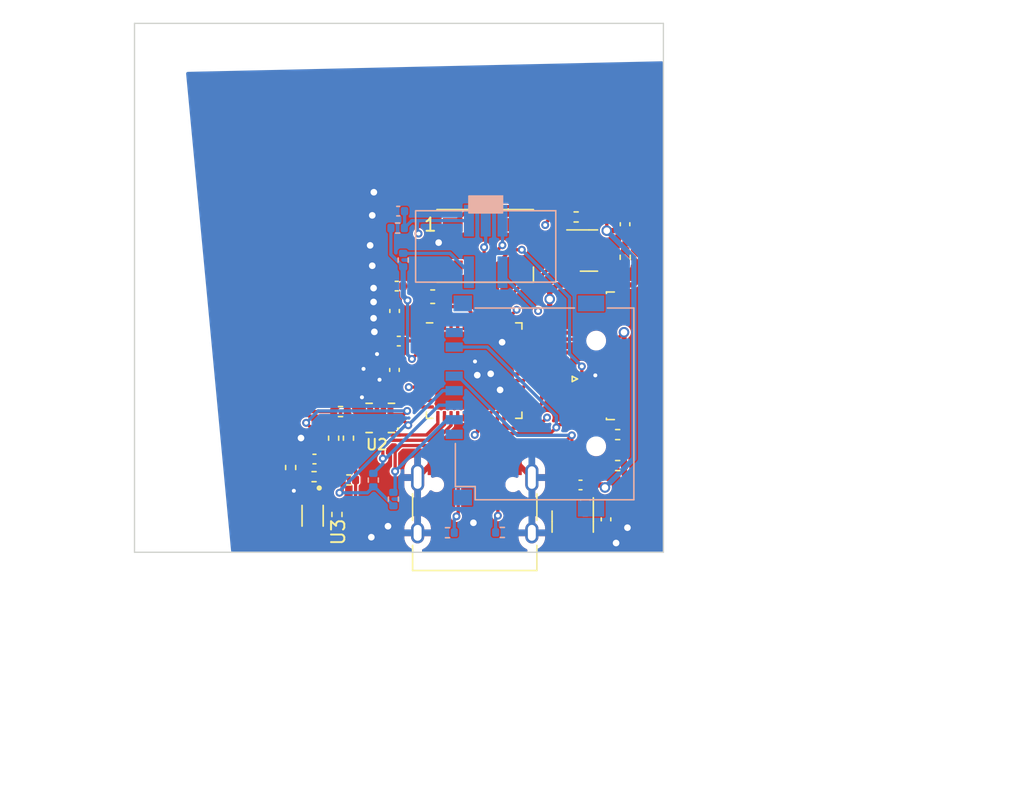
<source format=kicad_pcb>
(kicad_pcb (version 20211014) (generator pcbnew)
  (layers (0 "F.Cu" signal) (1 "In1.Cu" signal) (2 "In2.Cu" signal) (31 "B.Cu" signal) (34 "B.Paste" user) (35 "F.Paste" user) (36 "B.SilkS" user "B.Silkscreen") (37 "F.SilkS" user "F.Silkscreen") (38 "B.Mask" user) (39 "F.Mask" user) (44 "Edge.Cuts" user))
  (net 0 "")
  (net 1 "Net-(AE1-Pad1)")
  (net 2 "/EN")
  (net 3 "GND")
  (net 4 "Net-(J1-Pad2)")
  (net 5 "/TX")
  (net 6 "/RX")
  (net 7 "+5V")
  (net 8 "+3V3")
  (net 15 "/DC")
  (net 16 "/I2C_SDA")
  (net 17 "/I2C_SCL")
  (net 18 "/IO25")
  (net 19 "/IO27")
  (net 20 "/IO26")
  (net 30 "/IO4")
  (net 31 "/IO18")
  (net 32 "/IO0")
  (net 38 "/IO5")
  (net 40 "Net-(J3-PadA5)")
  (net 44 "Net-(J3-PadB5)")
  (net 51 "Net-(C7-Pad2)")
  (net 52 "/IO22")
  (net 55 "/IO15")
  (net 57 "/TMS")
  (net 58 "/IO13")
  (net 59 "/IO12")
  (net 60 "Net-(JP1-Pad2)")
  (net 62 "/IO19")
  (net 64 "Net-(JP2-Pad2)")
  (net 65 "Net-(R3-Pad2)")
  (net 66 "Net-(D1-Pad4)")
  (net 67 "Net-(Q1-Pad1)")
  (footprint "Capacitor_SMD:C_0402_1005Metric" (layer "F.Cu") (at 202.9 109.7 180)
    (fp_text reference "C2" hide)
    (fp_text value "0.1uf")
  )
  (footprint "Package_TO_SOT_SMD:SOT-23" (layer "F.Cu") (at 217.44 107.01)
    (fp_text reference "Q1" hide)
    (fp_text value "MMBT3904")
  )
  (footprint "Resistor_SMD:R_0402_1005Metric" (layer "F.Cu") (at 198.38 126.97 -90)
    (fp_text reference "R3" hide)
    (fp_text value "10k")
  )
  (footprint "Resistor_SMD:R_0402_1005Metric" (layer "F.Cu") (at 199.28 124.36)
    (fp_text reference "R5" hide)
    (fp_text value "3.3k")
  )
  (footprint "Package_TO_SOT_SMD:SOT-23-5" (layer "F.Cu") (at 216.21 127.51 -90)
    (fp_text reference "U4" hide)
    (fp_text value "XC6209")
  )
  (footprint "Resistor_SMD:R_0402_1005Metric" (layer "F.Cu") (at 219.61 120.93 180)
    (fp_text reference "R14" hide)
    (fp_text value "10k")
  )
  (footprint "Resistor_SMD:R_0402_1005Metric" (layer "F.Cu") (at 198.65 119.19 180)
    (fp_text reference "R8" hide)
    (fp_text value "3.3k")
  )
  (footprint "Resistor_SMD:R_0402_1005Metric" (layer "F.Cu") (at 196.65 124.11 180)
    (fp_text reference "JP2" hide)
    (fp_text value "Jumper")
  )
  (footprint "Capacitor_SMD:C_0402_1005Metric" (layer "F.Cu") (at 202.73 116.04 90)
    (fp_text reference "C7" hide)
    (fp_text value "TBD")
  )
  (footprint "Package_DFN_QFN:QFN-48-1EP_7x7mm_P0.5mm_EP5.3x5.3mm" (layer "F.Cu") (at 208.76 116.09)
    (fp_text reference "U1" hide)
    (fp_text value "ESP32-PICO-D4")
  )
  (footprint "RF_Antenna:Texas_SWRA117D_2.4GHz_Right" (layer "F.Cu") (at 200.39 113.86 90)
    (fp_text reference "AE1" hide)
    (fp_text value "Antenna")
  )
  (footprint "Connector_USB:USB_C_Receptacle_HRO_TYPE-C-31-M-12" (layer "F.Cu") (at 208.8 127.31)
    (fp_text reference "J3" hide)
    (fp_text value "USB_C_Receptacle_USB2.0")
  )
  (footprint "Resistor_SMD:R_0402_1005Metric" (layer "F.Cu") (at 220.18 107.52 90)
    (fp_text reference "R10" hide)
    (fp_text value "10k")
  )
  (footprint "Capacitor_SMD:C_0402_1005Metric" (layer "F.Cu") (at 216.8 124.74 180)
    (fp_text reference "C5" hide)
    (fp_text value "1uf")
  )
  (footprint "Capacitor_SMD:C_0402_1005Metric" (layer "F.Cu") (at 196.68 122.78 180)
    (fp_text reference "C4" hide)
    (fp_text value "0.1uf")
  )
  (footprint "Connector_FFC-FPC:TE_0-1734839-8_1x08-1MP_P0.5mm_Horizontal" (layer "F.Cu") (at 216.72 114.97 90)
    (fp_text reference "J2" hide)
    (fp_text value "Conn_01x08_MountingPin")
  )
  (footprint "Capacitor_SMD:C_0402_1005Metric" (layer "F.Cu") (at 203.06 113.86 180)
    (fp_text reference "C8" hide)
    (fp_text value "10pf")
  )
  (footprint "BH1750FVI-TR:XDCR_BH1750FVI-TR" (layer "F.Cu") (at 196.54 127.07 -90)
    (fp_text reference "U3")
    (fp_text value "BH1750FVI-TR")
  )
  (footprint "Resistor_SMD:R_0402_1005Metric" (layer "F.Cu") (at 194.88 123.42 90)
    (fp_text reference "R9" hide)
    (fp_text value "100k")
  )
  (footprint "LIS2DH12TR:PQFN50P200X200100-12N" (layer "F.Cu") (at 201.6575 119.67 180)
    (fp_text reference "U2")
    (fp_text value "LIS2DH12TR")
  )
  (footprint "Resistor_SMD:R_0402_1005Metric" (layer "F.Cu") (at 216.47 104.47 180)
    (fp_text reference "R4" hide)
    (fp_text value "1.5k")
  )
  (footprint "Resistor_SMD:R_0402_1005Metric" (layer "F.Cu") (at 199.25 121.2 -90)
    (fp_text reference "R12" hide)
    (fp_text value "100k")
  )
  (footprint "Resistor_SMD:R_0402_1005Metric" (layer "F.Cu") (at 219.61 123.27 180)
    (fp_text reference "R16" hide)
    (fp_text value "10k")
  )
  (footprint "LED_SMD:LED_WS2812B_PLCC4_5.0x5.0mm_P3.2mm" (layer "F.Cu") (at 209.59 106.66)
    (fp_text reference "D1" hide)
    (fp_text value "WS2812B")
  )
  (footprint "Capacitor_SMD:C_0603_1608Metric" (layer "F.Cu") (at 205.62 110.5)
    (fp_text reference "C1" hide)
    (fp_text value "10uf")
  )
  (footprint "Capacitor_SMD:C_0402_1005Metric" (layer "F.Cu") (at 218.73 127.34 90)
    (fp_text reference "C6" hide)
    (fp_text value "1uf")
  )
  (footprint "Capacitor_SMD:C_0402_1005Metric" (layer "F.Cu") (at 202.74 111.58 -90)
    (fp_text reference "C9" hide)
    (fp_text value "TBD")
  )
  (footprint "Resistor_SMD:R_0402_1005Metric" (layer "F.Cu") (at 198.13 121.2 90)
    (fp_text reference "JP1" hide)
    (fp_text value "Jumper")
  )
  (footprint "Capacitor_SMD:C_0402_1005Metric" (layer "F.Cu") (at 220.17 105.02 90)
    (fp_text reference "C10" hide)
    (fp_text value "0.1uF")
  )
  (footprint "Resistor_SMD:R_0402_1005Metric" (layer "B.Cu") (at 202.97 105.31)
    (fp_text reference "R1" hide)
    (fp_text value "10k")
  )
  (footprint "Capacitor_SMD:C_0402_1005Metric" (layer "B.Cu") (at 203.01 104.03 180)
    (fp_text reference "C3" hide)
    (fp_text value "0.1uF")
  )
  (footprint "KisonNew:C91145" (layer "B.Cu") (at 213.07 118.21 -90)
    (fp_text reference "J4" hide)
    (fp_text value "Micro_SD_Card")
  )
  (footprint "Resistor_SMD:R_0402_1005Metric" (layer "B.Cu") (at 206.74 128.35)
    (fp_text reference "R6" hide)
    (fp_text value "5.1k")
  )
  (footprint "Resistor_SMD:R_0402_1005Metric" (layer "B.Cu") (at 210.89 128.33 180)
    (fp_text reference "R7" hide)
    (fp_text value "5.1k")
  )
  (footprint "Resistor_SMD:R_0402_1005Metric" (layer "B.Cu") (at 201.13 124.37 90)
    (fp_text reference "R15" hide)
    (fp_text value "10k")
  )
  (footprint "KisonNew:IDC_1.27mm_6P" (layer "B.Cu") (at 209.63 106.7 180)
    (fp_text reference "J1" hide)
    (fp_text value "ESPProgUART_RX" hide)
  )
  (footprint "Resistor_SMD:R_0402_1005Metric" (layer "B.Cu") (at 203.39 107.73 90)
    (fp_text reference "R2" hide)
    (fp_text value "0")
  )
  (footprint "Resistor_SMD:R_0402_1005Metric" (layer "B.Cu") (at 202.65 125.81 90)
    (fp_text reference "R17" hide)
    (fp_text value "10k")
  )
  (gr_line (start 183.07 129.83) (end 223.07 129.83) (layer "Edge.Cuts") (width 0.1))
  (gr_line (start 223.07 89.83) (end 223.07 129.83) (layer "Edge.Cuts") (width 0.1))
  (gr_line (start 223.07 89.83) (end 183.07 89.83) (layer "Edge.Cuts") (width 0.1))
  (gr_line (start 183.07 129.83) (end 183.07 89.83) (layer "Edge.Cuts") (width 0.1))
  (segment (start 202.58 113.86) (end 200.39 113.86) (width 0.25) (layer "F.Cu") (net 1))
  (segment (start 202.74 113.7) (end 202.58 113.86) (width 0.25) (layer "F.Cu") (net 1))
  (segment (start 202.74 112.06) (end 202.74 113.7) (width 0.25) (layer "F.Cu") (net 1))
  (segment (start 205.31 117.34) (end 203.81 117.34) (width 0.25) (layer "F.Cu") (net 2))
  (via (at 203.81 117.34) (size 0.6) (drill 0.3) (layers "F.Cu" "B.Cu") (net 2))
  (via (at 204.55 105.73) (size 0.6) (drill 0.3) (layers "F.Cu" "B.Cu") (net 2))
  (segment (start 203.49 105.3) (end 203.48 105.31) (width 0.25) (layer "B.Cu") (net 2))
  (segment (start 204.04 104.75) (end 204.18 104.75) (width 0.25) (layer "B.Cu") (net 2))
  (segment (start 204.47 104.75) (end 208.36 104.75) (width 0.25) (layer "B.Cu") (net 2))
  (segment (start 203.49 104.03) (end 203.49 105.3) (width 0.25) (layer "B.Cu") (net 2))
  (segment (start 203.48 105.31) (end 204.04 104.75) (width 0.25) (layer "B.Cu") (net 2))
  (segment (start 204.47 105.65) (end 204.55 105.73) (width 0.25) (layer "B.Cu") (net 2))
  (segment (start 204.47 104.75) (end 204.47 105.65) (width 0.25) (layer "B.Cu") (net 2))
  (segment (start 204.18 104.75) (end 204.47 104.75) (width 0.25) (layer "B.Cu") (net 2))
  (segment (start 216.5 114.22) (end 217.92 115.64) (width 0.25) (layer "F.Cu") (net 3))
  (segment (start 205.395 123.265) (end 204.48 124.18) (width 0.4) (layer "F.Cu") (net 3))
  (segment (start 201.41 114.94) (end 201.6 115.13) (width 0.6) (layer "F.Cu") (net 3))
  (segment (start 201.41 114.94) (end 200.39 115.96) (width 1) (layer "F.Cu") (net 3))
  (segment (start 200.614522 119.42) (end 200.27 119.075478) (width 0.25) (layer "F.Cu") (net 3))
  (segment (start 196.04 125.695) (end 195.635 125.695) (width 0.25) (layer "F.Cu") (net 3))
  (segment (start 201.21 116.78) (end 200.39 115.96) (width 0.6) (layer "F.Cu") (net 3))
  (segment (start 201.9225 118.642022) (end 201.9225 118.905) (width 0.25) (layer "F.Cu") (net 3))
  (segment (start 201.390478 118.11) (end 201.9225 118.642022) (width 0.25) (layer "F.Cu") (net 3))
  (segment (start 212.05 123.265) (end 212.205 123.265) (width 0.4) (layer "F.Cu") (net 3))
  (segment (start 212.205 123.265) (end 213.12 124.18) (width 0.4) (layer "F.Cu") (net 3))
  (segment (start 198.13 121.71) (end 196.18 121.71) (width 0.25) (layer "F.Cu") (net 3))
  (segment (start 200.8925 119.42) (end 200.614522 119.42) (width 0.25) (layer "F.Cu") (net 3))
  (segment (start 200.27 118.11) (end 201.390478 118.11) (width 0.25) (layer "F.Cu") (net 3))
  (segment (start 205.55 123.265) (end 205.395 123.265) (width 0.4) (layer "F.Cu") (net 3))
  (segment (start 201.6 115.13) (end 201.6 116.78) (width 0.6) (layer "F.Cu") (net 3))
  (segment (start 200.27 119.075478) (end 200.27 118.11) (width 0.25) (layer "F.Cu") (net 3))
  (segment (start 215.37 114.22) (end 216.5 114.22) (width 0.25) (layer "F.Cu") (net 3))
  (segment (start 195.66 121.19) (end 195.65 121.18) (width 0.25) (layer "F.Cu") (net 3))
  (segment (start 201.41 114.84) (end 201.41 114.94) (width 1) (layer "F.Cu") (net 3))
  (segment (start 195.635 125.695) (end 195.12 125.18) (width 0.25) (layer "F.Cu") (net 3))
  (segment (start 196.18 121.71) (end 195.66 121.19) (width 0.25) (layer "F.Cu") (net 3))
  (segment (start 217.92 115.64) (end 217.92 116.45) (width 0.25) (layer "F.Cu") (net 3))
  (segment (start 201.6 116.78) (end 201.21 116.78) (width 0.6) (layer "F.Cu") (net 3))
  (via (at 208.7 127.6) (size 0.8) (drill 0.5) (layers "F.Cu" "B.Cu") (net 3))
  (via (at 201.15 112.13) (size 0.8) (drill 0.5) (layers "F.Cu" "B.Cu") (net 3))
  (via (at 217.92 116.45) (size 0.6) (drill 0.3) (layers "F.Cu" "B.Cu") (net 3))
  (via (at 210.0072 116.332) (size 0.8) (drill 0.5) (layers "F.Cu" "B.Cu") (net 3))
  (via (at 201.21 113.16) (size 0.8) (drill 0.5) (layers "F.Cu" "B.Cu") (net 3))
  (via (at 219.49 129.13) (size 0.8) (drill 0.5) (layers "F.Cu" "B.Cu") (net 3))
  (via (at 200.89 106.62) (size 0.8) (drill 0.5) (layers "F.Cu" "B.Cu") (net 3))
  (via (at 210.8708 113.9444) (size 0.8) (drill 0.5) (layers "F.Cu" "B.Cu") (net 3))
  (via (at 201.17 102.6) (size 0.8) (drill 0.5) (layers "F.Cu" "B.Cu") (net 3))
  (via (at 201.41 114.84) (size 0.6) (drill 0.3) (layers "F.Cu" "B.Cu") (net 3))
  (via (at 220.35 127.97) (size 0.8) (drill 0.5) (layers "F.Cu" "B.Cu") (net 3))
  (via (at 201.6 116.78) (size 0.6) (drill 0.3) (layers "F.Cu" "B.Cu") (net 3))
  (via (at 195.66 121.19) (size 0.8) (drill 0.5) (layers "F.Cu" "B.Cu") (net 3))
  (via (at 208.82 115.4) (size 0.6) (drill 0.3) (layers "F.Cu" "B.Cu") (net 3))
  (via (at 201.05 104.35) (size 0.8) (drill 0.5) (layers "F.Cu" "B.Cu") (net 3))
  (via (at 210.7184 117.5512) (size 0.8) (drill 0.5) (layers "F.Cu" "B.Cu") (net 3))
  (via (at 201.15 110.9) (size 0.8) (drill 0.5) (layers "F.Cu" "B.Cu") (net 3))
  (via (at 200.98 128.69) (size 0.8) (drill 0.5) (layers "F.Cu" "B.Cu") (net 3))
  (via (at 206.07 106.41) (size 0.8) (drill 0.5) (layers "F.Cu" "B.Cu") (net 3))
  (via (at 201.05 108.16) (size 0.8) (drill 0.5) (layers "F.Cu" "B.Cu") (net 3))
  (via (at 208.9912 116.4336) (size 0.8) (drill 0.5) (layers "F.Cu" "B.Cu") (net 3))
  (via (at 195.12 125.18) (size 0.6) (drill 0.3) (layers "F.Cu" "B.Cu") (net 3))
  (via (at 200.27 118.11) (size 0.6) (drill 0.3) (layers "F.Cu" "B.Cu") (net 3))
  (via (at 202.24 127.86) (size 0.8) (drill 0.5) (layers "F.Cu" "B.Cu") (net 3))
  (via (at 201.15 109.85) (size 0.8) (drill 0.5) (layers "F.Cu" "B.Cu") (net 3))
  (segment (start 211.43 128.36) (end 211.4 128.33) (width 0.4) (layer "B.Cu") (net 3))
  (segment (start 213.12 124.18) (end 213.12 128.36) (width 0.4) (layer "B.Cu") (net 3))
  (segment (start 204.48 128.36) (end 204.48 124.18) (width 0.4) (layer "B.Cu") (net 3))
  (segment (start 206.23 128.35) (end 204.49 128.35) (width 0.4) (layer "B.Cu") (net 3))
  (segment (start 204.49 128.35) (end 204.48 128.36) (width 0.4) (layer "B.Cu") (net 3))
  (segment (start 213.12 128.36) (end 211.43 128.36) (width 0.4) (layer "B.Cu") (net 3))
  (segment (start 206.93 107.22) (end 208.36 108.65) (width 0.25) (layer "B.Cu") (net 4))
  (segment (start 203.39 107.22) (end 206.93 107.22) (width 0.25) (layer "B.Cu") (net 4))
  (segment (start 209.51 112.64) (end 209.51 106.76) (width 0.25) (layer "F.Cu") (net 5))
  (via (at 209.51 106.76) (size 0.6) (drill 0.3) (layers "F.Cu" "B.Cu") (net 5))
  (segment (start 209.63 104.75) (end 209.63 106.64) (width 0.25) (layer "B.Cu") (net 5))
  (segment (start 209.63 106.64) (end 209.51 106.76) (width 0.25) (layer "B.Cu") (net 5))
  (segment (start 210.01 112.64) (end 210.01 107.49) (width 0.25) (layer "F.Cu") (net 6))
  (segment (start 210.01 107.49) (end 210.89 106.61) (width 0.25) (layer "F.Cu") (net 6))
  (via (at 210.89 106.61) (size 0.6) (drill 0.3) (layers "F.Cu" "B.Cu") (net 6))
  (segment (start 210.9 106.6) (end 210.89 106.61) (width 0.25) (layer "B.Cu") (net 6))
  (segment (start 210.9 104.75) (end 210.9 106.6) (width 0.25) (layer "B.Cu") (net 6))
  (segment (start 212.58 122.17) (end 214.752285 122.17) (width 0.4) (layer "F.Cu") (net 7))
  (segment (start 206.35 123.265) (end 206.35 122.240978) (width 0.4) (layer "F.Cu") (net 7))
  (segment (start 217.28 124.74) (end 217.28 126.2525) (width 0.4) (layer "F.Cu") (net 7))
  (segment (start 215.03 109.61) (end 220.81 109.61) (width 0.4) (layer "F.Cu") (net 7))
  (segment (start 206.35 122.240978) (end 206.420978 122.17) (width 0.4) (layer "F.Cu") (net 7))
  (segment (start 211.25 122.340978) (end 211.420978 122.17) (width 0.4) (layer "F.Cu") (net 7))
  (segment (start 214.47 110.68) (end 214.47 110.17) (width 0.4) (layer "F.Cu") (net 7))
  (segment (start 220.17 105.5) (end 218.79 105.5) (width 0.4) (layer "F.Cu") (net 7))
  (segment (start 218.46 124.74) (end 218.65 124.93) (width 0.4) (layer "F.Cu") (net 7))
  (segment (start 208.51 103.69) (end 218.09 103.69) (width 0.25) (layer "F.Cu") (net 7))
  (segment (start 218.09 103.69) (end 218.785 104.385) (width 0.25) (layer "F.Cu") (net 7))
  (segment (start 217.28 126.2525) (end 217.16 126.3725) (width 0.4) (layer "F.Cu") (net 7))
  (segment (start 211.25 123.265) (end 210.990479 123.524521) (width 0.25) (layer "F.Cu") (net 7))
  (segment (start 214.752285 122.17) (end 217.28 124.697715) (width 0.4) (layer "F.Cu") (net 7))
  (segment (start 214.47 110.17) (end 215.03 109.61) (width 0.4) (layer "F.Cu") (net 7))
  (segment (start 211.25 123.265) (end 211.25 122.340978) (width 0.4) (layer "F.Cu") (net 7))
  (segment (start 211.7425 126.3725) (end 215.26 126.3725) (width 0.25) (layer "F.Cu") (net 7))
  (segment (start 220.17 107) (end 220.18 107.01) (width 0.4) (layer "F.Cu") (net 7))
  (segment (start 218.785 105.505) (end 218.65 105.64) (width 0.4) (layer "F.Cu") (net 7))
  (segment (start 221.17 108) (end 220.18 107.01) (width 0.4) (layer "F.Cu") (net 7))
  (segment (start 210.990479 123.524521) (end 210.990479 125.620479) (width 0.25) (layer "F.Cu") (net 7))
  (segment (start 220.17 105.5) (end 220.17 106.36) (width 0.4) (layer "F.Cu") (net 7))
  (segment (start 220.17 106.36) (end 220.17 107) (width 0.4) (layer "F.Cu") (net 7))
  (segment (start 220.81 109.61) (end 221.17 109.25) (width 0.4) (layer "F.Cu") (net 7))
  (segment (start 214.47 110.68) (end 214.47 112.32) (width 0.4) (layer "F.Cu") (net 7))
  (segment (start 217.28 124.74) (end 218.46 124.74) (width 0.4) (layer "F.Cu") (net 7))
  (segment (start 214.47 112.32) (end 215.37 113.22) (width 0.4) (layer "F.Cu") (net 7))
  (segment (start 206.420978 122.17) (end 212.58 122.17) (width 0.4) (layer "F.Cu") (net 7))
  (segment (start 217.28 124.697715) (end 217.28 124.74) (width 0.4) (layer "F.Cu") (net 7))
  (segment (start 211.420978 122.17) (end 212.58 122.17) (width 0.4) (layer "F.Cu") (net 7))
  (segment (start 221.17 109.25) (end 221.17 108) (width 0.4) (layer "F.Cu") (net 7))
  (segment (start 210.990479 125.620479) (end 211.7425 126.3725) (width 0.25) (layer "F.Cu") (net 7))
  (segment (start 218.785 104.385) (end 218.785 105.505) (width 0.25) (layer "F.Cu") (net 7))
  (segment (start 207.14 105.06) (end 208.51 103.69) (width 0.25) (layer "F.Cu") (net 7))
  (segment (start 218.79 105.5) (end 218.785 105.505) (width 0.4) (layer "F.Cu") (net 7))
  (via (at 218.65 124.93) (size 0.8) (drill 0.5) (layers "F.Cu" "B.Cu") (net 7))
  (via (at 214.47 110.68) (size 0.8) (drill 0.5) (layers "F.Cu" "B.Cu") (net 7))
  (via (at 218.785 105.505) (size 0.8) (drill 0.5) (layers "F.Cu" "B.Cu") (net 7))
  (segment (start 220.839511 107.559511) (end 220.839511 122.740489) (width 0.4) (layer "B.Cu") (net 7))
  (segment (start 218.785 105.505) (end 220.839511 107.559511) (width 0.4) (layer "B.Cu") (net 7))
  (segment (start 220.839511 122.740489) (end 218.65 124.93) (width 0.4) (layer "B.Cu") (net 7))
  (segment (start 203.47 119.92) (end 203.77 120.22) (width 0.25) (layer "F.Cu") (net 8))
  (segment (start 209.01 119.54) (end 209.01 120.74) (width 0.25) (layer "F.Cu") (net 8))
  (segment (start 209.01 120.74) (end 208.8 120.95) (width 0.25) (layer "F.Cu") (net 8))
  (segment (start 217.16 128.6475) (end 217.9025 128.6475) (width 0.4) (layer "F.Cu") (net 8))
  (segment (start 204.69 114.57) (end 204.05 115.21) (width 0.25) (layer "F.Cu") (net 8))
  (segment (start 214.62 104.47) (end 214.04 105.05) (width 0.25) (layer "F.Cu") (net 8))
  (segment (start 200.8925 119.92) (end 199.89 119.92) (width 0.25) (layer "F.Cu") (net 8))
  (segment (start 203.38 110.44) (end 203.72 110.78) (width 0.25) (layer "F.Cu") (net 8))
  (segment (start 215.96 104.47) (end 214.62 104.47) (width 0.25) (layer "F.Cu") (net 8))
  (segment (start 197.615 125.695) (end 198.38 126.46) (width 0.25) (layer "F.Cu") (net 8))
  (segment (start 204.845 112.875) (end 205.31 113.34) (width 0.25) (layer "F.Cu") (net 8))
  (segment (start 206.04952 111.24952) (end 205.59452 111.24952) (width 0.25) (layer "F.Cu") (net 8))
  (segment (start 200.8925 119.92) (end 200.8925 120.42) (width 0.25) (layer "F.Cu") (net 8))
  (segment (start 220.09 120.9) (end 220.12 120.93) (width 0.4) (layer "F.Cu") (net 8))
  (segment (start 217.62376 114.692921) (end 218.587079 114.692921) (width 0.25) (layer "F.Cu") (net 8))
  (segment (start 197.16 122.78) (end 198.18 122.78) (width 0.25) (layer "F.Cu") (net 8))
  (segment (start 197.04 124.23) (end 197.16 124.11) (width 0.25) (layer "F.Cu") (net 8))
  (segment (start 204.845 110.535) (end 204.845 112.875) (width 0.25) (layer "F.Cu") (net 8))
  (segment (start 205.31 114.57) (end 204.69 114.57) (width 0.25) (layer "F.Cu") (net 8))
  (segment (start 218.587079 114.692921) (end 220.09 113.19) (width 0.25) (layer "F.Cu") (net 8))
  (segment (start 220.12 123.27) (end 220.12 120.93) (width 0.4) (layer "F.Cu") (net 8))
  (segment (start 220.12 126.472285) (end 220.12 123.27) (width 0.4) (layer "F.Cu") (net 8))
  (segment (start 198.77 124.36) (end 198.77 125.13) (width 0.25) (layer "F.Cu") (net 8))
  (segment (start 203.38 109.7) (end 203.38 110.44) (width 0.25) (layer "F.Cu") (net 8))
  (segment (start 199.25 121.71) (end 199.6025 121.71) (width 0.25) (layer "F.Cu") (net 8))
  (segment (start 197.41 124.36) (end 197.16 124.11) (width 0.25) (layer "F.Cu") (net 8))
  (segment (start 202.4225 119.92) (end 203.47 119.92) (width 0.25) (layer "F.Cu") (net 8))
  (segment (start 204.845 110.5) (end 204.845 110.535) (width 0.25) (layer "F.Cu") (net 8))
  (segment (start 207.01 112.64) (end 207.01 112.21) (width 0.25) (layer "F.Cu") (net 8))
  (segment (start 197.04 125.695) (end 197.04 124.23) (width 0.25) (layer "F.Cu") (net 8))
  (segment (start 199.6025 121.71) (end 200.8925 120.42) (width 0.25) (layer "F.Cu") (net 8))
  (segment (start 216.650839 113.72) (end 217.62376 114.692921) (width 0.25) (layer "F.Cu") (net 8))
  (segment (start 208.10952 111.24952) (end 206.04952 111.24952) (width 0.25) (layer "F.Cu") (net 8))
  (segment (start 198.77 125.13) (end 198.57 125.33) (width 0.25) (layer "F.Cu") (net 8))
  (segment (start 220.09 113.19) (end 220.09 120.9) (width 0.4) (layer "F.Cu") (net 8))
  (segment (start 218.73 127.82) (end 218.772285 127.82) (width 0.4) (layer "F.Cu") (net 8))
  (segment (start 205.31 114.34) (end 205.31 114.57) (width 0.25) (layer "F.Cu") (net 8))
  (segment (start 211.51 111.95) (end 211.97 111.49) (width 0.25) (layer "F.Cu") (net 8))
  (segment (start 199.89 119.92) (end 199.16 119.19) (width 0.25) (layer "F.Cu") (net 8))
  (segment (start 204.045 109.7) (end 204.845 110.5) (width 0.25) (layer "F.Cu") (net 8))
  (segment (start 215.37 113.72) (end 216.650839 113.72) (width 0.25) (layer "F.Cu") (net 8))
  (segment (start 218.772285 127.82) (end 220.12 126.472285) (width 0.4) (layer "F.Cu") (net 8))
  (segment (start 203.38 109.7) (end 204.045 109.7) (width 0.25) (layer "F.Cu") (net 8))
  (segment (start 208.51 111.65) (end 208.10952 111.24952) (width 0.25) (layer "F.Cu") (net 8))
  (segment (start 197.04 125.695) (end 197.615 125.695) (width 0.25) (layer "F.Cu") (net 8))
  (segment (start 211.51 112.64) (end 211.51 111.95) (width 0.25) (layer "F.Cu") (net 8))
  (segment (start 198.18 122.78) (end 199.25 121.71) (width 0.25) (layer "F.Cu") (net 8))
  (segment (start 205.31 114.57) (end 205.31 114.84) (width 0.25) (layer "F.Cu") (net 8))
  (segment (start 207.01 112.21) (end 206.04952 111.24952) (width 0.25) (layer "F.Cu") (net 8))
  (segment (start 197.16 124.11) (end 197.16 122.78) (width 0.25) (layer "F.Cu") (net 8))
  (segment (start 217.9025 128.6475) (end 218.73 127.82) (width 0.4) (layer "F.Cu") (net 8))
  (segment (start 198.77 124.36) (end 197.41 124.36) (width 0.25) (layer "F.Cu") (net 8))
  (segment (start 208.51 112.64) (end 208.51 111.65) (width 0.25) (layer "F.Cu") (net 8))
  (segment (start 205.59452 111.24952) (end 204.845 110.5) (width 0.25) (layer "F.Cu") (net 8))
  (via (at 214.129511 105.080489) (size 0.6) (drill 0.3) (layers "F.Cu" "B.Cu") (net 8))
  (via (at 204.05 115.21) (size 0.6) (drill 0.3) (layers "F.Cu" "B.Cu") (net 8))
  (via (at 211.97 111.49) (size 0.6) (drill 0.3) (layers "F.Cu" "B.Cu") (net 8))
  (via (at 220.09 113.19) (size 0.8) (drill 0.5) (layers "F.Cu" "B.Cu") (net 8))
  (via (at 203.77 120.22) (size 0.6) (drill 0.3) (layers "F.Cu" "B.Cu") (net 8))
  (via (at 208.8 120.95) (size 0.6) (drill 0.3) (layers "F.Cu" "B.Cu") (net 8))
  (via (at 198.57 125.33) (size 0.6) (drill 0.3) (layers "F.Cu" "B.Cu") (net 8))
  (via (at 203.72 110.78) (size 0.6) (drill 0.3) (layers "F.Cu" "B.Cu") (net 8))
  (segment (start 203.557518 120.22) (end 203.77 120.22) (width 0.25) (layer "B.Cu") (net 8))
  (segment (start 203.72 110.78) (end 203.72 114.88) (width 0.25) (layer "B.Cu") (net 8))
  (segment (start 201.13 124.88) (end 201.21 124.88) (width 0.25) (layer "B.Cu") (net 8))
  (segment (start 207.246 117.6084) (end 206.3816 117.6084) (width 0.25) (layer "B.Cu") (net 8))
  (segment (start 203.39 110.45) (end 203.72 110.78) (width 0.4) (layer "B.Cu") (net 8))
  (segment (start 198.57 125.207518) (end 203.557518 120.22) (width 0.25) (layer "B.Cu") (net 8))
  (segment (start 198.57 125.33) (end 198.57 125.207518) (width 0.25) (layer "B.Cu") (net 8))
  (segment (start 202.46 107.31) (end 203.39 108.24) (width 0.25) (layer "B.Cu") (net 8))
  (segment (start 200.68 125.33) (end 201.13 124.88) (width 0.25) (layer "B.Cu") (net 8))
  (segment (start 203.39 108.24) (end 203.39 110.45) (width 0.4) (layer "B.Cu") (net 8))
  (segment (start 198.57 125.33) (end 200.68 125.33) (width 0.25) (layer "B.Cu") (net 8))
  (segment (start 201.21 124.88) (end 201.8 125.47) (width 0.25) (layer "B.Cu") (net 8))
  (segment (start 201.8 125.47) (end 202.65 126.32) (width 0.25) (layer "B.Cu") (net 8))
  (segment (start 206.3816 117.6084) (end 203.77 120.22) (width 0.25) (layer "B.Cu") (net 8))
  (segment (start 203.72 114.88) (end 204.05 115.21) (width 0.25) (layer "B.Cu") (net 8))
  (segment (start 202.46 105.31) (end 202.46 107.31) (width 0.25) (layer "B.Cu") (net 8))
  (segment (start 214.57 114.72) (end 213.19 113.34) (width 0.25) (layer "F.Cu") (net 15))
  (segment (start 215.37 114.72) (end 214.57 114.72) (width 0.25) (layer "F.Cu") (net 15))
  (segment (start 213.19 113.34) (end 212.21 113.34) (width 0.25) (layer "F.Cu") (net 15))
  (segment (start 202.75 118.5925) (end 202.4225 118.92) (width 0.25) (layer "F.Cu") (net 16))
  (segment (start 203.76 118.47) (end 203.832482 118.47) (width 0.25) (layer "F.Cu") (net 16))
  (segment (start 202.75 118.47) (end 202.75 118.5925) (width 0.25) (layer "F.Cu") (net 16))
  (segment (start 203.832482 118.47) (end 204.202482 118.84) (width 0.25) (layer "F.Cu") (net 16))
  (segment (start 194.28548 120.10452) (end 195.2 119.19) (width 0.25) (layer "F.Cu") (net 16))
  (segment (start 195.2 119.19) (end 198.14 119.19) (width 0.25) (layer "F.Cu") (net 16))
  (segment (start 204.202482 118.84) (end 205.31 118.84) (width 0.25) (layer "F.Cu") (net 16))
  (segment (start 196.04 128.445) (end 194.28548 126.69048) (width 0.25) (layer "F.Cu") (net 16))
  (segment (start 198.14 119.19) (end 199.87 117.46) (width 0.25) (layer "F.Cu") (net 16))
  (segment (start 202.75 117.46) (end 203.76 118.47) (width 0.25) (layer "F.Cu") (net 16))
  (segment (start 194.28548 126.69048) (end 194.28548 120.10452) (width 0.25) (layer "F.Cu") (net 16))
  (segment (start 203.832482 118.47) (end 202.75 118.47) (width 0.25) (layer "F.Cu") (net 16))
  (segment (start 199.87 117.46) (end 202.75 117.46) (width 0.25) (layer "F.Cu") (net 16))
  (segment (start 206.01 120.1) (end 206.01 119.54) (width 0.25) (layer "F.Cu") (net 17))
  (segment (start 202.160478 120.96) (end 203.15 120.96) (width 0.25) (layer "F.Cu") (net 17))
  (segment (start 197.04 128.445) (end 198.475 128.445) (width 0.25) (layer "F.Cu") (net 17))
  (segment (start 199.79 123.330478) (end 202.160478 120.96) (width 0.25) (layer "F.Cu") (net 17))
  (segment (start 199.79 124.36) (end 199.79 123.330478) (width 0.25) (layer "F.Cu") (net 17))
  (segment (start 203.15 120.96) (end 205.15 120.96) (width 0.25) (layer "F.Cu") (net 17))
  (segment (start 205.15 120.96) (end 206.01 120.1) (width 0.25) (layer "F.Cu") (net 17))
  (segment (start 198.475 128.445) (end 199.79 127.13) (width 0.25) (layer "F.Cu") (net 17))
  (segment (start 202.4225 120.42) (end 202.9625 120.96) (width 0.25) (layer "F.Cu") (net 17))
  (segment (start 199.79 127.13) (end 199.79 124.36) (width 0.25) (layer "F.Cu") (net 17))
  (segment (start 202.9625 120.96) (end 203.15 120.96) (width 0.25) (layer "F.Cu") (net 17))
  (segment (start 205.314526 121.35952) (end 202.42 121.35952) (width 0.25) (layer "F.Cu") (net 18))
  (segment (start 201.85 122.74) (end 201.85 122.87) (width 0.25) (layer "F.Cu") (net 18))
  (segment (start 206.51 119.54) (end 206.51 120.165006) (width 0.25) (layer "F.Cu") (net 18))
  (segment (start 206.51 120.165006) (end 205.315006 121.36) (width 0.25) (layer "F.Cu") (net 18))
  (segment (start 201.85 121.92952) (end 201.85 122.74) (width 0.25) (layer "F.Cu") (net 18))
  (segment (start 202.42 121.35952) (end 201.85 121.92952) (width 0.25) (layer "F.Cu") (net 18))
  (segment (start 205.315006 121.36) (end 205.314526 121.35952) (width 0.25) (layer "F.Cu") (net 18))
  (via (at 201.85 122.74) (size 0.6) (drill 0.3) (layers "F.Cu" "B.Cu") (net 18))
  (segment (start 201.85 123.14) (end 201.13 123.86) (width 0.25) (layer "B.Cu") (net 18))
  (segment (start 206.094082 118.7084) (end 207.246 118.7084) (width 0.25) (layer "B.Cu") (net 18))
  (segment (start 201.85 122.74) (end 201.85 123.14) (width 0.25) (layer "B.Cu") (net 18))
  (segment (start 201.85 122.74) (end 202.062482 122.74) (width 0.25) (layer "B.Cu") (net 18))
  (segment (start 202.062482 122.74) (end 206.094082 118.7084) (width 0.25) (layer "B.Cu") (net 18))
  (segment (start 205.480493 121.759519) (end 203.240479 121.759519) (width 0.25) (layer "F.Cu") (net 20))
  (segment (start 207.01 120.230012) (end 205.480493 121.759519) (width 0.25) (layer "F.Cu") (net 20))
  (segment (start 203.240479 121.759519) (end 202.78 122.219998) (width 0.25) (layer "F.Cu") (net 20))
  (segment (start 202.78 122.219998) (end 202.78 123.71) (width 0.25) (layer "F.Cu") (net 20))
  (segment (start 207.01 119.54) (end 207.01 120.230012) (width 0.25) (layer "F.Cu") (net 20))
  (segment (start 202.78 123.71) (end 202.78 123.85) (width 0.25) (layer "F.Cu") (net 20))
  (via (at 202.78 123.71) (size 0.6) (drill 0.3) (layers "F.Cu" "B.Cu") (net 20))
  (segment (start 206.6816 119.8084) (end 202.78 123.71) (width 0.25) (layer "B.Cu") (net 20))
  (segment (start 202.78 123.71) (end 202.78 125.17) (width 0.25) (layer "B.Cu") (net 20))
  (segment (start 207.246 119.8084) (end 206.6816 119.8084) (width 0.25) (layer "B.Cu") (net 20))
  (segment (start 202.78 125.17) (end 202.65 125.3) (width 0.25) (layer "B.Cu") (net 20))
  (segment (start 214.18 116.22) (end 215.37 116.22) (width 0.25) (layer "F.Cu") (net 30))
  (segment (start 213.86 116.54) (end 214.18 116.22) (width 0.25) (layer "F.Cu") (net 30))
  (segment (start 211.51 119.54) (end 212.93 119.54) (width 0.25) (layer "F.Cu") (net 30))
  (segment (start 212.93 119.54) (end 213.86 118.61) (width 0.25) (layer "F.Cu") (net 30))
  (segment (start 213.86 118.61) (end 213.86 116.54) (width 0.25) (layer "F.Cu") (net 30))
  (segment (start 212.23 113.86) (end 213.144994 113.86) (width 0.25) (layer "F.Cu") (net 31))
  (segment (start 214.504994 115.22) (end 215.37 115.22) (width 0.25) (layer "F.Cu") (net 31))
  (segment (start 213.144994 113.86) (end 214.504994 115.22) (width 0.25) (layer "F.Cu") (net 31))
  (segment (start 212.21 113.84) (end 212.23 113.86) (width 0.25) (layer "F.Cu") (net 31))
  (segment (start 211.3 120.45) (end 213.46 120.45) (width 0.25) (layer "F.Cu") (net 32))
  (segment (start 211.01 119.54) (end 211.01 120.16) (width 0.25) (layer "F.Cu") (net 32))
  (segment (start 211.01 120.16) (end 211.3 120.45) (width 0.25) (layer "F.Cu") (net 32))
  (segment (start 213.46 120.45) (end 214.27 119.64) (width 0.25) (layer "F.Cu") (net 32))
  (via (at 214.27 119.64) (size 0.6) (drill 0.3) (layers "F.Cu" "B.Cu") (net 32))
  (via (at 213.595 111.585) (size 0.6) (drill 0.3) (layers "F.Cu" "B.Cu") (net 32))
  (segment (start 213.595 111.585) (end 213.63 111.62) (width 0.25) (layer "B.Cu") (net 32))
  (segment (start 210.9 108.89) (end 213.595 111.585) (width 0.25) (layer "B.Cu") (net 32))
  (segment (start 210.9 108.65) (end 210.9 108.89) (width 0.25) (layer "B.Cu") (net 32))
  (segment (start 213.059988 114.34) (end 214.439988 115.72) (width 0.25) (layer "F.Cu") (net 38))
  (segment (start 212.21 114.34) (end 213.059988 114.34) (width 0.25) (layer "F.Cu") (net 38))
  (segment (start 214.439988 115.72) (end 215.37 115.72) (width 0.25) (layer "F.Cu") (net 38))
  (segment (start 207.55 123.265) (end 207.55 126.98) (width 0.25) (layer "F.Cu") (net 40))
  (segment (start 207.55 126.98) (end 207.42 127.11) (width 0.25) (layer "F.Cu") (net 40))
  (via (at 207.42 127.11) (size 0.6) (drill 0.3) (layers "F.Cu" "B.Cu") (net 40))
  (segment (start 207.25 128.35) (end 207.25 127.28) (width 0.25) (layer "B.Cu") (net 40))
  (segment (start 207.25 127.28) (end 207.42 127.11) (width 0.25) (layer "B.Cu") (net 40))
  (segment (start 210.55 127.06) (end 210.55 127.17) (width 0.25) (layer "F.Cu") (net 44))
  (segment (start 210.55 125.54) (end 210.55 127.06) (width 0.25) (layer "F.Cu") (net 44))
  (segment (start 210.55 123.265) (end 210.55 125.54) (width 0.25) (layer "F.Cu") (net 44))
  (via (at 210.55 127.06) (size 0.6) (drill 0.3) (layers "F.Cu" "B.Cu") (net 44))
  (segment (start 210.38 127.23) (end 210.55 127.06) (width 0.25) (layer "B.Cu") (net 44))
  (segment (start 210.38 128.33) (end 210.38 127.23) (width 0.25) (layer "B.Cu") (net 44))
  (segment (start 203.54 114.75) (end 202.73 115.56) (width 0.25) (layer "F.Cu") (net 51))
  (segment (start 203.54 113.86) (end 203.54 114.75) (width 0.25) (layer "F.Cu") (net 51))
  (segment (start 203.56 113.84) (end 203.54 113.86) (width 0.25) (layer "F.Cu") (net 51))
  (segment (start 205.31 113.84) (end 203.56 113.84) (width 0.25) (layer "F.Cu") (net 51))
  (segment (start 216.9 116.34) (end 216.9 115.77) (width 0.25) (layer "F.Cu") (net 52))
  (segment (start 211.550978 106.95) (end 212.36 106.95) (width 0.25) (layer "F.Cu") (net 52))
  (segment (start 215.37 116.72) (end 216.52 116.72) (width 0.25) (layer "F.Cu") (net 52))
  (segment (start 212.36 106.95) (end 212.43 106.95) (width 0.25) (layer "F.Cu") (net 52))
  (segment (start 210.51 112.64) (end 210.51 107.990978) (width 0.25) (layer "F.Cu") (net 52))
  (segment (start 210.51 107.990978) (end 211.550978 106.95) (width 0.25) (layer "F.Cu") (net 52))
  (segment (start 216.52 116.72) (end 216.9 116.34) (width 0.25) (layer "F.Cu") (net 52))
  (via (at 212.36 106.95) (size 0.6) (drill 0.3) (layers "F.Cu" "B.Cu") (net 52))
  (via (at 216.9 115.77) (size 0.6) (drill 0.3) (layers "F.Cu" "B.Cu") (net 52))
  (segment (start 215.97 110.56) (end 215.97 114.84) (width 0.25) (layer "B.Cu") (net 52))
  (segment (start 215.97 114.84) (end 216.9 115.77) (width 0.25) (layer "B.Cu") (net 52))
  (segment (start 212.36 106.95) (end 215.97 110.56) (width 0.25) (layer "B.Cu") (net 52))
  (segment (start 210.01 119.54) (end 210.01 119.916618) (width 0.25) (layer "F.Cu") (net 55))
  (segment (start 214.510481 120.849519) (end 214.97 120.39) (width 0.25) (layer "F.Cu") (net 55))
  (segment (start 219.1 120.93) (end 218.34 120.17) (width 0.25) (layer "F.Cu") (net 55))
  (segment (start 210.01 119.916618) (end 210.942901 120.849519) (width 0.25) (layer "F.Cu") (net 55))
  (segment (start 218.34 120.17) (end 215.19 120.17) (width 0.25) (layer "F.Cu") (net 55))
  (segment (start 210.942901 120.849519) (end 214.510481 120.849519) (width 0.25) (layer "F.Cu") (net 55))
  (segment (start 215.19 120.17) (end 214.97 120.39) (width 0.25) (layer "F.Cu") (net 55))
  (via (at 214.97 120.39) (size 0.6) (drill 0.3) (layers "F.Cu" "B.Cu") (net 55))
  (segment (start 214.97 119.527518) (end 214.97 120.39) (width 0.25) (layer "B.Cu") (net 55))
  (segment (start 209.750882 114.3084) (end 214.97 119.527518) (width 0.25) (layer "B.Cu") (net 55))
  (segment (start 207.246 114.3084) (end 209.750882 114.3084) (width 0.25) (layer "B.Cu") (net 55))
  (segment (start 209.51 119.54) (end 209.51 120.36) (width 0.25) (layer "F.Cu") (net 58))
  (segment (start 216.145 120.985) (end 216.18 120.95) (width 0.25) (layer "F.Cu") (net 58))
  (segment (start 215.62 121.51) (end 216.145 120.985) (width 0.25) (layer "F.Cu") (net 58))
  (segment (start 209.51 120.36) (end 210.66 121.51) (width 0.25) (layer "F.Cu") (net 58))
  (segment (start 217.76 123.27) (end 219.1 123.27) (width 0.25) (layer "F.Cu") (net 58))
  (segment (start 216.145 120.985) (end 216.145 121.655) (width 0.25) (layer "F.Cu") (net 58))
  (segment (start 216.145 121.655) (end 217.76 123.27) (width 0.25) (layer "F.Cu") (net 58))
  (segment (start 210.66 121.51) (end 215.62 121.51) (width 0.25) (layer "F.Cu") (net 58))
  (via (at 216.145 120.985) (size 0.6) (drill 0.3) (layers "F.Cu" "B.Cu") (net 58))
  (segment (start 212.0226 120.985) (end 216.145 120.985) (width 0.25) (layer "B.Cu") (net 58))
  (segment (start 207.546 116.5084) (end 212.0226 120.985) (width 0.25) (layer "B.Cu") (net 58))
  (segment (start 207.246 116.5084) (end 207.546 116.5084) (width 0.25) (layer "B.Cu") (net 58))
  (segment (start 203.41 119.42) (end 203.69 119.14) (width 0.25) (layer "F.Cu") (net 60))
  (segment (start 199.25 120.69) (end 198.13 120.69) (width 0.25) (layer "F.Cu") (net 60))
  (segment (start 202.4225 119.42) (end 203.36 119.42) (width 0.25) (layer "F.Cu") (net 60))
  (segment (start 196.7 120.69) (end 196.05 120.04) (width 0.25) (layer "F.Cu") (net 60))
  (segment (start 203.36 119.42) (end 203.41 119.42) (width 0.25) (layer "F.Cu") (net 60))
  (segment (start 198.13 120.69) (end 196.7 120.69) (width 0.25) (layer "F.Cu") (net 60))
  (via (at 196.05 120.04) (size 0.6) (drill 0.3) (layers "F.Cu" "B.Cu") (net 60))
  (via (at 203.69 119.14) (size 0.6) (drill 0.3) (layers "F.Cu" "B.Cu") (net 60))
  (segment (start 203.69 119.14) (end 196.95 119.14) (width 0.25) (layer "B.Cu") (net 60))
  (segment (start 196.95 119.14) (end 196.05 120.04) (width 0.25) (layer "B.Cu") (net 60))
  (segment (start 213.1 109.66) (end 214.8 107.96) (width 0.25) (layer "F.Cu") (net 62))
  (segment (start 212.27 109.66) (end 213.1 109.66) (width 0.25) (layer "F.Cu") (net 62))
  (segment (start 211.01 110.92) (end 212.27 109.66) (width 0.25) (layer "F.Cu") (net 62))
  (segment (start 211.01 112.64) (end 211.01 110.92) (width 0.25) (layer "F.Cu") (net 62))
  (segment (start 214.8 107.96) (end 216.5025 107.96) (width 0.25) (layer "F.Cu") (net 62))
  (segment (start 196.54 125.695) (end 196.54 124.51) (width 0.25) (layer "F.Cu") (net 64))
  (segment (start 195.06 124.11) (end 194.88 123.93) (width 0.25) (layer "F.Cu") (net 64))
  (segment (start 196.54 124.51) (end 196.14 124.11) (width 0.25) (layer "F.Cu") (net 64))
  (segment (start 196.14 124.11) (end 195.06 124.11) (width 0.25) (layer "F.Cu") (net 64))
  (segment (start 196.54 127.995978) (end 196.54 128.445) (width 0.25) (layer "F.Cu") (net 65))
  (segment (start 198.38 127.48) (end 197.055978 127.48) (width 0.25) (layer "F.Cu") (net 65))
  (segment (start 197.055978 127.48) (end 196.54 127.995978) (width 0.25) (layer "F.Cu") (net 65))
  (segment (start 220.18 108.03) (end 219.3975 108.03) (width 0.25) (layer "F.Cu") (net 66))
  (segment (start 218.3775 107.01) (end 213.99 107.01) (width 0.25) (layer "F.Cu") (net 66))
  (segment (start 213.99 107.01) (end 212.04 105.06) (width 0.25) (layer "F.Cu") (net 66))
  (segment (start 219.3975 108.03) (end 218.3775 107.01) (width 0.25) (layer "F.Cu") (net 66))
  (segment (start 216.5025 106.06) (end 216.5025 104.9475) (width 0.25) (layer "F.Cu") (net 67))
  (segment (start 216.5025 104.9475) (end 216.98 104.47) (width 0.25) (layer "F.Cu") (net 67))
  (zone (net 3) (net_name "GND") (layer "F.Cu") (name "No Fill Zone") (connect_pads yes (clearance 0)) (min_thickness 0.254) (fill yes (thermal_gap 0.508) (thermal_bridge_width 0.508) (island_removal_mode 1) (island_area_min 0))
    (polygon (pts (xy 202.1332 117.3988) (xy 199.136 117.094) (xy 198.9328 114.9096) (xy 202.2348 114.9096)))
  )
  (zone (net 3) (net_name "GND") (layer "F.Cu") (name "No Fill Zone") (connect_pads thru_hole_only (clearance 0)) (min_thickness 0.254) (fill yes (thermal_gap 0.508) (thermal_bridge_width 0.508))
    (polygon (pts (xy 223 132.17) (xy 201.51 131.92) (xy 192.89 131.79) (xy 193.52 120.17) (xy 199.87 117.27) (xy 199.79 101.08) (xy 199.83 100.75) (xy 223.19 100.56)))
  )
  (zone (net 0) (net_name "") (layers "F.Cu" "In2.Cu") (name "No Fill Zone") (connect_pads (clearance 0)) (min_thickness 0.254)
    (keepout (tracks allowed) (vias allowed) (pads allowed) (copperpour not_allowed) (footprints allowed))
    (fill (thermal_gap 0.508) (thermal_bridge_width 0.508))
    (polygon (pts (xy 200.06 115) (xy 200.07 116.94) (xy 194.89 117.01) (xy 194.51 101.22) (xy 200.49 101.18)))
  )
  (zone (net 3) (net_name "GND") (layers "In1.Cu" "B.Cu") (name "No Fill Zone") (connect_pads thru_hole_only (clearance 0)) (min_thickness 0.254) (fill yes (thermal_gap 0.508) (thermal_bridge_width 0.508))
    (polygon (pts (xy 226.88 147.89) (xy 191.69 143.68) (xy 186.96 93.5) (xy 226.34 92.62)))
  )
)
</source>
